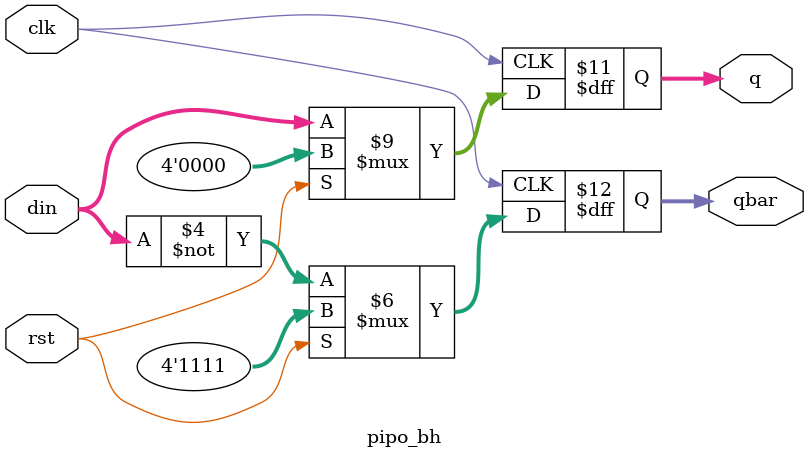
<source format=v>
`timescale 1ns / 1ps

module pipo_bh(
    output reg [3:0] q,
    output reg [3:0] qbar,
    input [3:0] din,
    input clk,rst
    );
    
    always @(posedge clk)
    begin
        if(rst==1) begin
            q=4'b0000;
            qbar=~q; end
        else begin
            q= din;
            qbar = ~q;
        end
    end
    
endmodule
</source>
